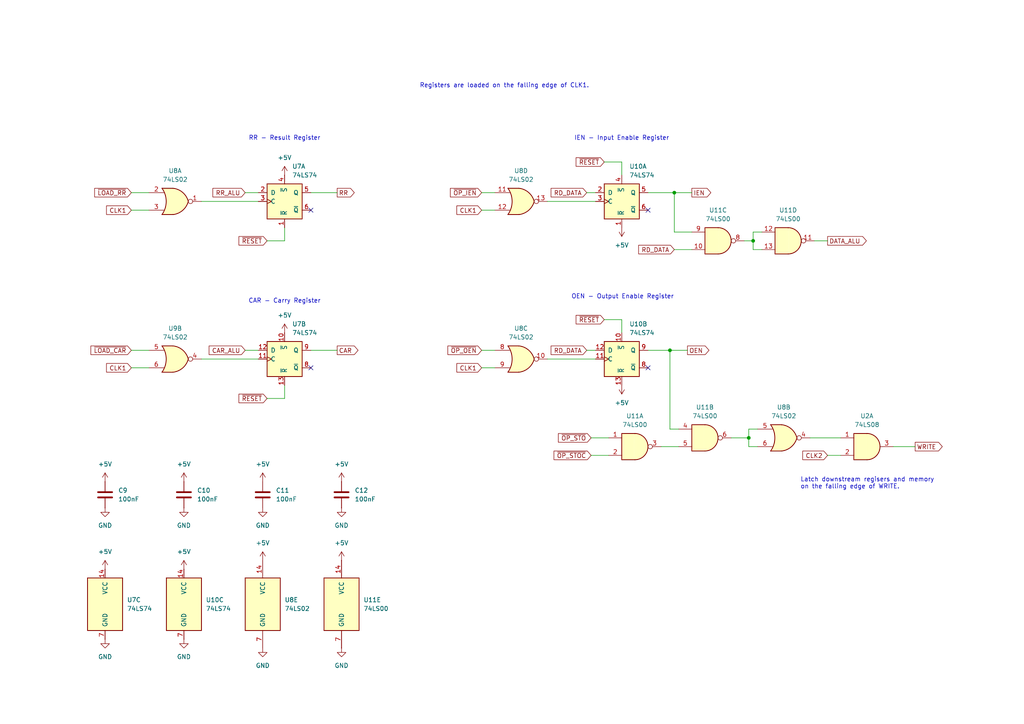
<source format=kicad_sch>
(kicad_sch (version 20231120) (generator "eeschema") (generator_version "8.0")
  (paper "A4")
  (title_block (title "UE14500 TTL 1-bit Microprocessor") (date "2025") (rev "2") (comment 1 "Copyright (c) 2025 Rhys Weatherley") (comment 3 "Registers"))
  (lib_symbols
    (symbol "74xx:74LS00" (pin_names (offset 1.016))
      (property "Reference" "U" (at 0 1.27 0))
      (property "Value" "74LS00" (at 0 -1.27 0))
      (symbol "74LS00_1_1"
        (arc (start 0 -3.81) (mid 3.7934 0) (end 0 3.81) (stroke (width 0.254)) (fill (type background)))
        (polyline (pts (xy 0 3.81) (xy -3.81 3.81) (xy -3.81 -3.81) (xy 0 -3.81)) (stroke (width 0.254)) (fill (type background)))
        (pin input line (at -7.62 2.54 0) (length 3.81) (name "~") (number "1"))
        (pin input line (at -7.62 -2.54 0) (length 3.81) (name "~") (number "2"))
        (pin output inverted (at 7.62 0 180) (length 3.81) (name "~") (number "3"))
      )
      (symbol "74LS00_1_2"
        (arc (start -3.81 -3.81) (mid -2.589 0) (end -3.81 3.81) (stroke (width 0.254)))
        (arc (start -0.6096 -3.81) (mid 2.1842 -2.5851) (end 3.81 0) (stroke (width 0.254)) (fill (type background)))
        (polyline (pts (xy -3.81 -3.81) (xy -0.635 -3.81)) (stroke (width 0.254)) (fill (type background)))
        (polyline (pts (xy -3.81 3.81) (xy -0.635 3.81)) (stroke (width 0.254)) (fill (type background)))
        (polyline (pts (xy -0.635 3.81) (xy -3.81 3.81) (xy -3.81 3.81) (xy -3.556 3.4036) (xy -3.0226 2.2606) (xy -2.6924 1.0414) (xy -2.6162 -0.254) (xy -2.7686 -1.4986) (xy -3.175 -2.7178) (xy -3.81 -3.81) (xy -3.81 -3.81) (xy -0.635 -3.81)) (stroke (width -25.4)) (fill (type background)))
        (arc (start 3.81 0) (mid 2.1915 2.5936) (end -0.6096 3.81) (stroke (width 0.254)) (fill (type background)))
        (pin input inverted (at -7.62 2.54 0) (length 4.318) (name "~") (number "1"))
        (pin input inverted (at -7.62 -2.54 0) (length 4.318) (name "~") (number "2"))
        (pin output line (at 7.62 0 180) (length 3.81) (name "~") (number "3"))
      )
      (symbol "74LS00_2_1"
        (arc (start 0 -3.81) (mid 3.7934 0) (end 0 3.81) (stroke (width 0.254)) (fill (type background)))
        (polyline (pts (xy 0 3.81) (xy -3.81 3.81) (xy -3.81 -3.81) (xy 0 -3.81)) (stroke (width 0.254)) (fill (type background)))
        (pin input line (at -7.62 2.54 0) (length 3.81) (name "~") (number "4"))
        (pin input line (at -7.62 -2.54 0) (length 3.81) (name "~") (number "5"))
        (pin output inverted (at 7.62 0 180) (length 3.81) (name "~") (number "6"))
      )
      (symbol "74LS00_2_2"
        (arc (start -3.81 -3.81) (mid -2.589 0) (end -3.81 3.81) (stroke (width 0.254)))
        (arc (start -0.6096 -3.81) (mid 2.1842 -2.5851) (end 3.81 0) (stroke (width 0.254)) (fill (type background)))
        (polyline (pts (xy -3.81 -3.81) (xy -0.635 -3.81)) (stroke (width 0.254)) (fill (type background)))
        (polyline (pts (xy -3.81 3.81) (xy -0.635 3.81)) (stroke (width 0.254)) (fill (type background)))
        (polyline (pts (xy -0.635 3.81) (xy -3.81 3.81) (xy -3.81 3.81) (xy -3.556 3.4036) (xy -3.0226 2.2606) (xy -2.6924 1.0414) (xy -2.6162 -0.254) (xy -2.7686 -1.4986) (xy -3.175 -2.7178) (xy -3.81 -3.81) (xy -3.81 -3.81) (xy -0.635 -3.81)) (stroke (width -25.4)) (fill (type background)))
        (arc (start 3.81 0) (mid 2.1915 2.5936) (end -0.6096 3.81) (stroke (width 0.254)) (fill (type background)))
        (pin input inverted (at -7.62 2.54 0) (length 4.318) (name "~") (number "4"))
        (pin input inverted (at -7.62 -2.54 0) (length 4.318) (name "~") (number "5"))
        (pin output line (at 7.62 0 180) (length 3.81) (name "~") (number "6"))
      )
      (symbol "74LS00_3_1"
        (arc (start 0 -3.81) (mid 3.7934 0) (end 0 3.81) (stroke (width 0.254)) (fill (type background)))
        (polyline (pts (xy 0 3.81) (xy -3.81 3.81) (xy -3.81 -3.81) (xy 0 -3.81)) (stroke (width 0.254)) (fill (type background)))
        (pin input line (at -7.62 -2.54 0) (length 3.81) (name "~") (number "10"))
        (pin output inverted (at 7.62 0 180) (length 3.81) (name "~") (number "8"))
        (pin input line (at -7.62 2.54 0) (length 3.81) (name "~") (number "9"))
      )
      (symbol "74LS00_3_2"
        (arc (start -3.81 -3.81) (mid -2.589 0) (end -3.81 3.81) (stroke (width 0.254)))
        (arc (start -0.6096 -3.81) (mid 2.1842 -2.5851) (end 3.81 0) (stroke (width 0.254)) (fill (type background)))
        (polyline (pts (xy -3.81 -3.81) (xy -0.635 -3.81)) (stroke (width 0.254)) (fill (type background)))
        (polyline (pts (xy -3.81 3.81) (xy -0.635 3.81)) (stroke (width 0.254)) (fill (type background)))
        (polyline (pts (xy -0.635 3.81) (xy -3.81 3.81) (xy -3.81 3.81) (xy -3.556 3.4036) (xy -3.0226 2.2606) (xy -2.6924 1.0414) (xy -2.6162 -0.254) (xy -2.7686 -1.4986) (xy -3.175 -2.7178) (xy -3.81 -3.81) (xy -3.81 -3.81) (xy -0.635 -3.81)) (stroke (width -25.4)) (fill (type background)))
        (arc (start 3.81 0) (mid 2.1915 2.5936) (end -0.6096 3.81) (stroke (width 0.254)) (fill (type background)))
        (pin input inverted (at -7.62 -2.54 0) (length 4.318) (name "~") (number "10"))
        (pin output line (at 7.62 0 180) (length 3.81) (name "~") (number "8"))
        (pin input inverted (at -7.62 2.54 0) (length 4.318) (name "~") (number "9"))
      )
      (symbol "74LS00_4_1"
        (arc (start 0 -3.81) (mid 3.7934 0) (end 0 3.81) (stroke (width 0.254)) (fill (type background)))
        (polyline (pts (xy 0 3.81) (xy -3.81 3.81) (xy -3.81 -3.81) (xy 0 -3.81)) (stroke (width 0.254)) (fill (type background)))
        (pin output inverted (at 7.62 0 180) (length 3.81) (name "~") (number "11"))
        (pin input line (at -7.62 2.54 0) (length 3.81) (name "~") (number "12"))
        (pin input line (at -7.62 -2.54 0) (length 3.81) (name "~") (number "13"))
      )
      (symbol "74LS00_4_2"
        (arc (start -3.81 -3.81) (mid -2.589 0) (end -3.81 3.81) (stroke (width 0.254)))
        (arc (start -0.6096 -3.81) (mid 2.1842 -2.5851) (end 3.81 0) (stroke (width 0.254)) (fill (type background)))
        (polyline (pts (xy -3.81 -3.81) (xy -0.635 -3.81)) (stroke (width 0.254)) (fill (type background)))
        (polyline (pts (xy -3.81 3.81) (xy -0.635 3.81)) (stroke (width 0.254)) (fill (type background)))
        (polyline (pts (xy -0.635 3.81) (xy -3.81 3.81) (xy -3.81 3.81) (xy -3.556 3.4036) (xy -3.0226 2.2606) (xy -2.6924 1.0414) (xy -2.6162 -0.254) (xy -2.7686 -1.4986) (xy -3.175 -2.7178) (xy -3.81 -3.81) (xy -3.81 -3.81) (xy -0.635 -3.81)) (stroke (width -25.4)) (fill (type background)))
        (arc (start 3.81 0) (mid 2.1915 2.5936) (end -0.6096 3.81) (stroke (width 0.254)) (fill (type background)))
        (pin output line (at 7.62 0 180) (length 3.81) (name "~") (number "11"))
        (pin input inverted (at -7.62 2.54 0) (length 4.318) (name "~") (number "12"))
        (pin input inverted (at -7.62 -2.54 0) (length 4.318) (name "~") (number "13"))
      )
      (symbol "74LS00_5_0"
        (pin power_in line (at 0 12.7 270) (length 5.08) (name "VCC") (number "14"))
        (pin power_in line (at 0 -12.7 90) (length 5.08) (name "GND") (number "7"))
      )
      (symbol "74LS00_5_1"
        (rectangle (start -5.08 7.62) (end 5.08 -7.62) (stroke (width 0.254)) (fill (type background)))
      )
    )
    (symbol "74xx:74LS02" (pin_names (offset 1.016))
      (property "Reference" "U" (at 0 1.27 0))
      (property "Value" "74LS02" (at 0 -1.27 0))
      (symbol "74LS02_1_1"
        (arc (start -3.81 -3.81) (mid -2.589 0) (end -3.81 3.81) (stroke (width 0.254)))
        (arc (start -0.6096 -3.81) (mid 2.1842 -2.5851) (end 3.81 0) (stroke (width 0.254)) (fill (type background)))
        (polyline (pts (xy -3.81 -3.81) (xy -0.635 -3.81)) (stroke (width 0.254)) (fill (type background)))
        (polyline (pts (xy -3.81 3.81) (xy -0.635 3.81)) (stroke (width 0.254)) (fill (type background)))
        (polyline (pts (xy -0.635 3.81) (xy -3.81 3.81) (xy -3.81 3.81) (xy -3.556 3.4036) (xy -3.0226 2.2606) (xy -2.6924 1.0414) (xy -2.6162 -0.254) (xy -2.7686 -1.4986) (xy -3.175 -2.7178) (xy -3.81 -3.81) (xy -3.81 -3.81) (xy -0.635 -3.81)) (stroke (width -25.4)) (fill (type background)))
        (arc (start 3.81 0) (mid 2.1915 2.5936) (end -0.6096 3.81) (stroke (width 0.254)) (fill (type background)))
        (pin output inverted (at 7.62 0 180) (length 3.81) (name "~") (number "1"))
        (pin input line (at -7.62 2.54 0) (length 4.318) (name "~") (number "2"))
        (pin input line (at -7.62 -2.54 0) (length 4.318) (name "~") (number "3"))
      )
      (symbol "74LS02_1_2"
        (arc (start 0 -3.81) (mid 3.7934 0) (end 0 3.81) (stroke (width 0.254)) (fill (type background)))
        (polyline (pts (xy 0 3.81) (xy -3.81 3.81) (xy -3.81 -3.81) (xy 0 -3.81)) (stroke (width 0.254)) (fill (type background)))
        (pin output line (at 7.62 0 180) (length 3.81) (name "~") (number "1"))
        (pin input inverted (at -7.62 2.54 0) (length 3.81) (name "~") (number "2"))
        (pin input inverted (at -7.62 -2.54 0) (length 3.81) (name "~") (number "3"))
      )
      (symbol "74LS02_2_1"
        (arc (start -3.81 -3.81) (mid -2.589 0) (end -3.81 3.81) (stroke (width 0.254)))
        (arc (start -0.6096 -3.81) (mid 2.1842 -2.5851) (end 3.81 0) (stroke (width 0.254)) (fill (type background)))
        (polyline (pts (xy -3.81 -3.81) (xy -0.635 -3.81)) (stroke (width 0.254)) (fill (type background)))
        (polyline (pts (xy -3.81 3.81) (xy -0.635 3.81)) (stroke (width 0.254)) (fill (type background)))
        (polyline (pts (xy -0.635 3.81) (xy -3.81 3.81) (xy -3.81 3.81) (xy -3.556 3.4036) (xy -3.0226 2.2606) (xy -2.6924 1.0414) (xy -2.6162 -0.254) (xy -2.7686 -1.4986) (xy -3.175 -2.7178) (xy -3.81 -3.81) (xy -3.81 -3.81) (xy -0.635 -3.81)) (stroke (width -25.4)) (fill (type background)))
        (arc (start 3.81 0) (mid 2.1915 2.5936) (end -0.6096 3.81) (stroke (width 0.254)) (fill (type background)))
        (pin output inverted (at 7.62 0 180) (length 3.81) (name "~") (number "4"))
        (pin input line (at -7.62 2.54 0) (length 4.318) (name "~") (number "5"))
        (pin input line (at -7.62 -2.54 0) (length 4.318) (name "~") (number "6"))
      )
      (symbol "74LS02_2_2"
        (arc (start 0 -3.81) (mid 3.7934 0) (end 0 3.81) (stroke (width 0.254)) (fill (type background)))
        (polyline (pts (xy 0 3.81) (xy -3.81 3.81) (xy -3.81 -3.81) (xy 0 -3.81)) (stroke (width 0.254)) (fill (type background)))
        (pin output line (at 7.62 0 180) (length 3.81) (name "~") (number "4"))
        (pin input inverted (at -7.62 2.54 0) (length 3.81) (name "~") (number "5"))
        (pin input inverted (at -7.62 -2.54 0) (length 3.81) (name "~") (number "6"))
      )
      (symbol "74LS02_3_1"
        (arc (start -3.81 -3.81) (mid -2.589 0) (end -3.81 3.81) (stroke (width 0.254)))
        (arc (start -0.6096 -3.81) (mid 2.1842 -2.5851) (end 3.81 0) (stroke (width 0.254)) (fill (type background)))
        (polyline (pts (xy -3.81 -3.81) (xy -0.635 -3.81)) (stroke (width 0.254)) (fill (type background)))
        (polyline (pts (xy -3.81 3.81) (xy -0.635 3.81)) (stroke (width 0.254)) (fill (type background)))
        (polyline (pts (xy -0.635 3.81) (xy -3.81 3.81) (xy -3.81 3.81) (xy -3.556 3.4036) (xy -3.0226 2.2606) (xy -2.6924 1.0414) (xy -2.6162 -0.254) (xy -2.7686 -1.4986) (xy -3.175 -2.7178) (xy -3.81 -3.81) (xy -3.81 -3.81) (xy -0.635 -3.81)) (stroke (width -25.4)) (fill (type background)))
        (arc (start 3.81 0) (mid 2.1915 2.5936) (end -0.6096 3.81) (stroke (width 0.254)) (fill (type background)))
        (pin output inverted (at 7.62 0 180) (length 3.81) (name "~") (number "10"))
        (pin input line (at -7.62 2.54 0) (length 4.318) (name "~") (number "8"))
        (pin input line (at -7.62 -2.54 0) (length 4.318) (name "~") (number "9"))
      )
      (symbol "74LS02_3_2"
        (arc (start 0 -3.81) (mid 3.7934 0) (end 0 3.81) (stroke (width 0.254)) (fill (type background)))
        (polyline (pts (xy 0 3.81) (xy -3.81 3.81) (xy -3.81 -3.81) (xy 0 -3.81)) (stroke (width 0.254)) (fill (type background)))
        (pin output line (at 7.62 0 180) (length 3.81) (name "~") (number "10"))
        (pin input inverted (at -7.62 2.54 0) (length 3.81) (name "~") (number "8"))
        (pin input inverted (at -7.62 -2.54 0) (length 3.81) (name "~") (number "9"))
      )
      (symbol "74LS02_4_1"
        (arc (start -3.81 -3.81) (mid -2.589 0) (end -3.81 3.81) (stroke (width 0.254)))
        (arc (start -0.6096 -3.81) (mid 2.1842 -2.5851) (end 3.81 0) (stroke (width 0.254)) (fill (type background)))
        (polyline (pts (xy -3.81 -3.81) (xy -0.635 -3.81)) (stroke (width 0.254)) (fill (type background)))
        (polyline (pts (xy -3.81 3.81) (xy -0.635 3.81)) (stroke (width 0.254)) (fill (type background)))
        (polyline (pts (xy -0.635 3.81) (xy -3.81 3.81) (xy -3.81 3.81) (xy -3.556 3.4036) (xy -3.0226 2.2606) (xy -2.6924 1.0414) (xy -2.6162 -0.254) (xy -2.7686 -1.4986) (xy -3.175 -2.7178) (xy -3.81 -3.81) (xy -3.81 -3.81) (xy -0.635 -3.81)) (stroke (width -25.4)) (fill (type background)))
        (arc (start 3.81 0) (mid 2.1915 2.5936) (end -0.6096 3.81) (stroke (width 0.254)) (fill (type background)))
        (pin input line (at -7.62 2.54 0) (length 4.318) (name "~") (number "11"))
        (pin input line (at -7.62 -2.54 0) (length 4.318) (name "~") (number "12"))
        (pin output inverted (at 7.62 0 180) (length 3.81) (name "~") (number "13"))
      )
      (symbol "74LS02_4_2"
        (arc (start 0 -3.81) (mid 3.7934 0) (end 0 3.81) (stroke (width 0.254)) (fill (type background)))
        (polyline (pts (xy 0 3.81) (xy -3.81 3.81) (xy -3.81 -3.81) (xy 0 -3.81)) (stroke (width 0.254)) (fill (type background)))
        (pin input inverted (at -7.62 2.54 0) (length 3.81) (name "~") (number "11"))
        (pin input inverted (at -7.62 -2.54 0) (length 3.81) (name "~") (number "12"))
        (pin output line (at 7.62 0 180) (length 3.81) (name "~") (number "13"))
      )
      (symbol "74LS02_5_0"
        (pin power_in line (at 0 12.7 270) (length 5.08) (name "VCC") (number "14"))
        (pin power_in line (at 0 -12.7 90) (length 5.08) (name "GND") (number "7"))
      )
      (symbol "74LS02_5_1"
        (rectangle (start -5.08 7.62) (end 5.08 -7.62) (stroke (width 0.254)) (fill (type background)))
      )
    )
    (symbol "74xx:74LS08" (pin_names (offset 1.016))
      (property "Reference" "U" (at 0 1.27 0))
      (property "Value" "74LS08" (at 0 -1.27 0))
      (symbol "74LS08_1_1"
        (arc (start 0 -3.81) (mid 3.7934 0) (end 0 3.81) (stroke (width 0.254)) (fill (type background)))
        (polyline (pts (xy 0 3.81) (xy -3.81 3.81) (xy -3.81 -3.81) (xy 0 -3.81)) (stroke (width 0.254)) (fill (type background)))
        (pin input line (at -7.62 2.54 0) (length 3.81) (name "~") (number "1"))
        (pin input line (at -7.62 -2.54 0) (length 3.81) (name "~") (number "2"))
        (pin output line (at 7.62 0 180) (length 3.81) (name "~") (number "3"))
      )
      (symbol "74LS08_1_2"
        (arc (start -3.81 -3.81) (mid -2.589 0) (end -3.81 3.81) (stroke (width 0.254)))
        (arc (start -0.6096 -3.81) (mid 2.1842 -2.5851) (end 3.81 0) (stroke (width 0.254)) (fill (type background)))
        (polyline (pts (xy -3.81 -3.81) (xy -0.635 -3.81)) (stroke (width 0.254)) (fill (type background)))
        (polyline (pts (xy -3.81 3.81) (xy -0.635 3.81)) (stroke (width 0.254)) (fill (type background)))
        (polyline (pts (xy -0.635 3.81) (xy -3.81 3.81) (xy -3.81 3.81) (xy -3.556 3.4036) (xy -3.0226 2.2606) (xy -2.6924 1.0414) (xy -2.6162 -0.254) (xy -2.7686 -1.4986) (xy -3.175 -2.7178) (xy -3.81 -3.81) (xy -3.81 -3.81) (xy -0.635 -3.81)) (stroke (width -25.4)) (fill (type background)))
        (arc (start 3.81 0) (mid 2.1915 2.5936) (end -0.6096 3.81) (stroke (width 0.254)) (fill (type background)))
        (pin input inverted (at -7.62 2.54 0) (length 4.318) (name "~") (number "1"))
        (pin input inverted (at -7.62 -2.54 0) (length 4.318) (name "~") (number "2"))
        (pin output inverted (at 7.62 0 180) (length 3.81) (name "~") (number "3"))
      )
      (symbol "74LS08_2_1"
        (arc (start 0 -3.81) (mid 3.7934 0) (end 0 3.81) (stroke (width 0.254)) (fill (type background)))
        (polyline (pts (xy 0 3.81) (xy -3.81 3.81) (xy -3.81 -3.81) (xy 0 -3.81)) (stroke (width 0.254)) (fill (type background)))
        (pin input line (at -7.62 2.54 0) (length 3.81) (name "~") (number "4"))
        (pin input line (at -7.62 -2.54 0) (length 3.81) (name "~") (number "5"))
        (pin output line (at 7.62 0 180) (length 3.81) (name "~") (number "6"))
      )
      (symbol "74LS08_2_2"
        (arc (start -3.81 -3.81) (mid -2.589 0) (end -3.81 3.81) (stroke (width 0.254)))
        (arc (start -0.6096 -3.81) (mid 2.1842 -2.5851) (end 3.81 0) (stroke (width 0.254)) (fill (type background)))
        (polyline (pts (xy -3.81 -3.81) (xy -0.635 -3.81)) (stroke (width 0.254)) (fill (type background)))
        (polyline (pts (xy -3.81 3.81) (xy -0.635 3.81)) (stroke (width 0.254)) (fill (type background)))
        (polyline (pts (xy -0.635 3.81) (xy -3.81 3.81) (xy -3.81 3.81) (xy -3.556 3.4036) (xy -3.0226 2.2606) (xy -2.6924 1.0414) (xy -2.6162 -0.254) (xy -2.7686 -1.4986) (xy -3.175 -2.7178) (xy -3.81 -3.81) (xy -3.81 -3.81) (xy -0.635 -3.81)) (stroke (width -25.4)) (fill (type background)))
        (arc (start 3.81 0) (mid 2.1915 2.5936) (end -0.6096 3.81) (stroke (width 0.254)) (fill (type background)))
        (pin input inverted (at -7.62 2.54 0) (length 4.318) (name "~") (number "4"))
        (pin input inverted (at -7.62 -2.54 0) (length 4.318) (name "~") (number "5"))
        (pin output inverted (at 7.62 0 180) (length 3.81) (name "~") (number "6"))
      )
      (symbol "74LS08_3_1"
        (arc (start 0 -3.81) (mid 3.7934 0) (end 0 3.81) (stroke (width 0.254)) (fill (type background)))
        (polyline (pts (xy 0 3.81) (xy -3.81 3.81) (xy -3.81 -3.81) (xy 0 -3.81)) (stroke (width 0.254)) (fill (type background)))
        (pin input line (at -7.62 -2.54 0) (length 3.81) (name "~") (number "10"))
        (pin output line (at 7.62 0 180) (length 3.81) (name "~") (number "8"))
        (pin input line (at -7.62 2.54 0) (length 3.81) (name "~") (number "9"))
      )
      (symbol "74LS08_3_2"
        (arc (start -3.81 -3.81) (mid -2.589 0) (end -3.81 3.81) (stroke (width 0.254)))
        (arc (start -0.6096 -3.81) (mid 2.1842 -2.5851) (end 3.81 0) (stroke (width 0.254)) (fill (type background)))
        (polyline (pts (xy -3.81 -3.81) (xy -0.635 -3.81)) (stroke (width 0.254)) (fill (type background)))
        (polyline (pts (xy -3.81 3.81) (xy -0.635 3.81)) (stroke (width 0.254)) (fill (type background)))
        (polyline (pts (xy -0.635 3.81) (xy -3.81 3.81) (xy -3.81 3.81) (xy -3.556 3.4036) (xy -3.0226 2.2606) (xy -2.6924 1.0414) (xy -2.6162 -0.254) (xy -2.7686 -1.4986) (xy -3.175 -2.7178) (xy -3.81 -3.81) (xy -3.81 -3.81) (xy -0.635 -3.81)) (stroke (width -25.4)) (fill (type background)))
        (arc (start 3.81 0) (mid 2.1915 2.5936) (end -0.6096 3.81) (stroke (width 0.254)) (fill (type background)))
        (pin input inverted (at -7.62 -2.54 0) (length 4.318) (name "~") (number "10"))
        (pin output inverted (at 7.62 0 180) (length 3.81) (name "~") (number "8"))
        (pin input inverted (at -7.62 2.54 0) (length 4.318) (name "~") (number "9"))
      )
      (symbol "74LS08_4_1"
        (arc (start 0 -3.81) (mid 3.7934 0) (end 0 3.81) (stroke (width 0.254)) (fill (type background)))
        (polyline (pts (xy 0 3.81) (xy -3.81 3.81) (xy -3.81 -3.81) (xy 0 -3.81)) (stroke (width 0.254)) (fill (type background)))
        (pin output line (at 7.62 0 180) (length 3.81) (name "~") (number "11"))
        (pin input line (at -7.62 2.54 0) (length 3.81) (name "~") (number "12"))
        (pin input line (at -7.62 -2.54 0) (length 3.81) (name "~") (number "13"))
      )
      (symbol "74LS08_4_2"
        (arc (start -3.81 -3.81) (mid -2.589 0) (end -3.81 3.81) (stroke (width 0.254)))
        (arc (start -0.6096 -3.81) (mid 2.1842 -2.5851) (end 3.81 0) (stroke (width 0.254)) (fill (type background)))
        (polyline (pts (xy -3.81 -3.81) (xy -0.635 -3.81)) (stroke (width 0.254)) (fill (type background)))
        (polyline (pts (xy -3.81 3.81) (xy -0.635 3.81)) (stroke (width 0.254)) (fill (type background)))
        (polyline (pts (xy -0.635 3.81) (xy -3.81 3.81) (xy -3.81 3.81) (xy -3.556 3.4036) (xy -3.0226 2.2606) (xy -2.6924 1.0414) (xy -2.6162 -0.254) (xy -2.7686 -1.4986) (xy -3.175 -2.7178) (xy -3.81 -3.81) (xy -3.81 -3.81) (xy -0.635 -3.81)) (stroke (width -25.4)) (fill (type background)))
        (arc (start 3.81 0) (mid 2.1915 2.5936) (end -0.6096 3.81) (stroke (width 0.254)) (fill (type background)))
        (pin output inverted (at 7.62 0 180) (length 3.81) (name "~") (number "11"))
        (pin input inverted (at -7.62 2.54 0) (length 4.318) (name "~") (number "12"))
        (pin input inverted (at -7.62 -2.54 0) (length 4.318) (name "~") (number "13"))
      )
      (symbol "74LS08_5_0"
        (pin power_in line (at 0 12.7 270) (length 5.08) (name "VCC") (number "14"))
        (pin power_in line (at 0 -12.7 90) (length 5.08) (name "GND") (number "7"))
      )
      (symbol "74LS08_5_1"
        (rectangle (start -5.08 7.62) (end 5.08 -7.62) (stroke (width 0.254)) (fill (type background)))
      )
    )
    (symbol "74xx:74LS74" (pin_names (offset 1.016))
      (property "Reference" "U" (at -7.62 8.89 0))
      (property "Value" "74LS74" (at -7.62 -8.89 0))
      (symbol "74LS74_1_0"
        (pin input line (at 0 -7.62 90) (length 2.54) (name "~{R}") (number "1"))
        (pin input line (at -7.62 2.54 0) (length 2.54) (name "D") (number "2"))
        (pin input clock (at -7.62 0 0) (length 2.54) (name "C") (number "3"))
        (pin input line (at 0 7.62 270) (length 2.54) (name "~{S}") (number "4"))
        (pin output line (at 7.62 2.54 180) (length 2.54) (name "Q") (number "5"))
        (pin output line (at 7.62 -2.54 180) (length 2.54) (name "~{Q}") (number "6"))
      )
      (symbol "74LS74_1_1"
        (rectangle (start -5.08 5.08) (end 5.08 -5.08) (stroke (width 0.254)) (fill (type background)))
      )
      (symbol "74LS74_2_0"
        (pin input line (at 0 7.62 270) (length 2.54) (name "~{S}") (number "10"))
        (pin input clock (at -7.62 0 0) (length 2.54) (name "C") (number "11"))
        (pin input line (at -7.62 2.54 0) (length 2.54) (name "D") (number "12"))
        (pin input line (at 0 -7.62 90) (length 2.54) (name "~{R}") (number "13"))
        (pin output line (at 7.62 -2.54 180) (length 2.54) (name "~{Q}") (number "8"))
        (pin output line (at 7.62 2.54 180) (length 2.54) (name "Q") (number "9"))
      )
      (symbol "74LS74_2_1"
        (rectangle (start -5.08 5.08) (end 5.08 -5.08) (stroke (width 0.254)) (fill (type background)))
      )
      (symbol "74LS74_3_0"
        (pin power_in line (at 0 10.16 270) (length 2.54) (name "VCC") (number "14"))
        (pin power_in line (at 0 -10.16 90) (length 2.54) (name "GND") (number "7"))
      )
      (symbol "74LS74_3_1"
        (rectangle (start -5.08 7.62) (end 5.08 -7.62) (stroke (width 0.254)) (fill (type background)))
      )
    )
    (symbol "Device:C" (pin_numbers hide) (pin_names (offset 0.254))
      (property "Reference" "C" (at 0.635 2.54 0))
      (property "Value" "C" (at 0.635 -2.54 0))
      (symbol "C_0_1"
        (polyline (pts (xy -2.032 -0.762) (xy 2.032 -0.762)) (stroke (width 0.508)))
        (polyline (pts (xy -2.032 0.762) (xy 2.032 0.762)) (stroke (width 0.508)))
      )
      (symbol "C_1_1"
        (pin passive line (at 0 3.81 270) (length 2.794) (name "~") (number "1"))
        (pin passive line (at 0 -3.81 90) (length 2.794) (name "~") (number "2"))
      )
    )
    (symbol "power:+5V" (power) (pin_numbers hide) (pin_names (offset 0) hide)
      (property "Value" "+5V" (at 0 3.556 0))
      (symbol "+5V_0_1"
        (polyline (pts (xy -0.762 1.27) (xy 0 2.54)))
        (polyline (pts (xy 0 0) (xy 0 2.54)))
        (polyline (pts (xy 0 2.54) (xy 0.762 1.27)))
      )
      (symbol "+5V_1_1"
        (pin power_in line (at 0 0 90) (length 0) (name "~") (number "1"))
      )
    )
    (symbol "power:GND" (power) (pin_numbers hide) (pin_names (offset 0) hide)
      (property "Value" "GND" (at 0 -3.81 0))
      (symbol "GND_0_1"
        (polyline (pts (xy 0 0) (xy 0 -1.27) (xy 1.27 -1.27) (xy 0 -2.54) (xy -1.27 -1.27) (xy 0 -1.27)))
      )
      (symbol "GND_1_1"
        (pin power_in line (at 0 0 270) (length 0) (name "~") (number "1"))
      )
    )
  )
  (junction (at 195.58 55.88))
  (junction (at 218.44 69.85))
  (junction (at 194.31 101.6))
  (junction (at 217.17 127))
  (no_connect (at 187.96 60.96))
  (no_connect (at 90.17 60.96))
  (no_connect (at 187.96 106.68))
  (no_connect (at 90.17 106.68))
  (wire (pts (xy 220.98 67.31) (xy 218.44 67.31)))
  (wire (pts (xy 212.09 127) (xy 217.17 127)))
  (wire (pts (xy 200.66 67.31) (xy 195.58 67.31)))
  (wire (pts (xy 219.71 124.46) (xy 217.17 124.46)))
  (wire (pts (xy 90.17 55.88) (xy 97.79 55.88)))
  (wire (pts (xy 139.7 106.68) (xy 143.51 106.68)))
  (wire (pts (xy 215.9 69.85) (xy 218.44 69.85)))
  (wire (pts (xy 38.1 101.6) (xy 43.18 101.6)))
  (wire (pts (xy 158.75 104.14) (xy 172.72 104.14)))
  (wire (pts (xy 180.34 92.71) (xy 180.34 96.52)))
  (wire (pts (xy 77.47 115.57) (xy 82.55 115.57)))
  (wire (pts (xy 217.17 124.46) (xy 217.17 127)))
  (wire (pts (xy 195.58 72.39) (xy 200.66 72.39)))
  (wire (pts (xy 259.08 129.54) (xy 265.43 129.54)))
  (wire (pts (xy 171.45 127) (xy 176.53 127)))
  (wire (pts (xy 180.34 46.99) (xy 180.34 50.8)))
  (wire (pts (xy 158.75 58.42) (xy 172.72 58.42)))
  (wire (pts (xy 195.58 55.88) (xy 200.66 55.88)))
  (wire (pts (xy 218.44 69.85) (xy 218.44 72.39)))
  (wire (pts (xy 236.22 69.85) (xy 240.03 69.85)))
  (wire (pts (xy 217.17 129.54) (xy 219.71 129.54)))
  (wire (pts (xy 218.44 72.39) (xy 220.98 72.39)))
  (wire (pts (xy 175.26 92.71) (xy 180.34 92.71)))
  (wire (pts (xy 38.1 55.88) (xy 43.18 55.88)))
  (wire (pts (xy 171.45 132.08) (xy 176.53 132.08)))
  (wire (pts (xy 77.47 69.85) (xy 82.55 69.85)))
  (wire (pts (xy 187.96 55.88) (xy 195.58 55.88)))
  (wire (pts (xy 71.12 101.6) (xy 74.93 101.6)))
  (wire (pts (xy 170.18 55.88) (xy 172.72 55.88)))
  (wire (pts (xy 38.1 60.96) (xy 43.18 60.96)))
  (wire (pts (xy 217.17 127) (xy 217.17 129.54)))
  (wire (pts (xy 139.7 101.6) (xy 143.51 101.6)))
  (wire (pts (xy 191.77 129.54) (xy 196.85 129.54)))
  (wire (pts (xy 195.58 67.31) (xy 195.58 55.88)))
  (wire (pts (xy 90.17 101.6) (xy 97.79 101.6)))
  (wire (pts (xy 194.31 101.6) (xy 194.31 124.46)))
  (wire (pts (xy 139.7 55.88) (xy 143.51 55.88)))
  (wire (pts (xy 234.95 127) (xy 243.84 127)))
  (wire (pts (xy 82.55 69.85) (xy 82.55 66.04)))
  (wire (pts (xy 218.44 67.31) (xy 218.44 69.85)))
  (wire (pts (xy 175.26 46.99) (xy 180.34 46.99)))
  (wire (pts (xy 170.18 101.6) (xy 172.72 101.6)))
  (wire (pts (xy 187.96 101.6) (xy 194.31 101.6)))
  (wire (pts (xy 240.03 132.08) (xy 243.84 132.08)))
  (wire (pts (xy 139.7 60.96) (xy 143.51 60.96)))
  (wire (pts (xy 194.31 101.6) (xy 199.39 101.6)))
  (wire (pts (xy 58.42 58.42) (xy 74.93 58.42)))
  (wire (pts (xy 71.12 55.88) (xy 74.93 55.88)))
  (wire (pts (xy 58.42 104.14) (xy 74.93 104.14)))
  (wire (pts (xy 82.55 115.57) (xy 82.55 111.76)))
  (wire (pts (xy 194.31 124.46) (xy 196.85 124.46)))
  (wire (pts (xy 38.1 106.68) (xy 43.18 106.68)))
  (text "Registers are loaded on the falling edge of CLK1." (at 146.304 24.892 0) (effects (font (size 1.27 1.27))))
  (text "RR - Result Register" (at 82.55 40.132 0) (effects (font (size 1.27 1.27))))
  (text "Latch downstream regisers and memory\non the falling edge of WRITE." (at 232.156 140.208 0) (effects (font (size 1.27 1.27)) (justify left)))
  (text "IEN - Input Enable Register" (at 180.34 40.132 0) (effects (font (size 1.27 1.27))))
  (text "OEN - Output Enable Register" (at 180.594 86.106 0) (effects (font (size 1.27 1.27))))
  (text "CAR - Carry Register" (at 82.55 87.376 0) (effects (font (size 1.27 1.27))))
  (global_label "CLK2" (shape input) (at 240.03 132.08 180) (property "Intersheetrefs" "${INTERSHEET_REFS}" (effects (hide yes))))
  (global_label "DATA_ALU" (shape output) (at 240.03 69.85 0) (property "Intersheetrefs" "${INTERSHEET_REFS}" (effects (hide yes))))
  (global_label "~{RESET}" (shape input) (at 77.47 69.85 180) (property "Intersheetrefs" "${INTERSHEET_REFS}" (effects (hide yes))))
  (global_label "RR_ALU" (shape input) (at 71.12 55.88 180) (property "Intersheetrefs" "${INTERSHEET_REFS}" (effects (hide yes))))
  (global_label "~{LOAD_CAR}" (shape input) (at 38.1 101.6 180) (property "Intersheetrefs" "${INTERSHEET_REFS}" (effects (hide yes))))
  (global_label "~{RESET}" (shape input) (at 175.26 46.99 180) (property "Intersheetrefs" "${INTERSHEET_REFS}" (effects (hide yes))))
  (global_label "CLK1" (shape input) (at 38.1 60.96 180) (property "Intersheetrefs" "${INTERSHEET_REFS}" (effects (hide yes))))
  (global_label "~{RESET}" (shape input) (at 77.47 115.57 180) (property "Intersheetrefs" "${INTERSHEET_REFS}" (effects (hide yes))))
  (global_label "RD_DATA" (shape input) (at 170.18 101.6 180) (property "Intersheetrefs" "${INTERSHEET_REFS}" (effects (hide yes))))
  (global_label "~{OP_STO}" (shape input) (at 171.45 127 180) (property "Intersheetrefs" "${INTERSHEET_REFS}" (effects (hide yes))))
  (global_label "~{OP_IEN}" (shape input) (at 139.7 55.88 180) (property "Intersheetrefs" "${INTERSHEET_REFS}" (effects (hide yes))))
  (global_label "RD_DATA" (shape input) (at 170.18 55.88 180) (property "Intersheetrefs" "${INTERSHEET_REFS}" (effects (hide yes))))
  (global_label "WRITE" (shape output) (at 265.43 129.54 0) (property "Intersheetrefs" "${INTERSHEET_REFS}" (effects (hide yes))))
  (global_label "CLK1" (shape input) (at 139.7 106.68 180) (property "Intersheetrefs" "${INTERSHEET_REFS}" (effects (hide yes))))
  (global_label "~{RESET}" (shape input) (at 175.26 92.71 180) (property "Intersheetrefs" "${INTERSHEET_REFS}" (effects (hide yes))))
  (global_label "CLK1" (shape input) (at 38.1 106.68 180) (property "Intersheetrefs" "${INTERSHEET_REFS}" (effects (hide yes))))
  (global_label "CLK1" (shape input) (at 139.7 60.96 180) (property "Intersheetrefs" "${INTERSHEET_REFS}" (effects (hide yes))))
  (global_label "CAR" (shape output) (at 97.79 101.6 0) (property "Intersheetrefs" "${INTERSHEET_REFS}" (effects (hide yes))))
  (global_label "IEN" (shape output) (at 200.66 55.88 0) (property "Intersheetrefs" "${INTERSHEET_REFS}" (effects (hide yes))))
  (global_label "~{OP_STOC}" (shape input) (at 171.45 132.08 180) (property "Intersheetrefs" "${INTERSHEET_REFS}" (effects (hide yes))))
  (global_label "RD_DATA" (shape input) (at 195.58 72.39 180) (property "Intersheetrefs" "${INTERSHEET_REFS}" (effects (hide yes))))
  (global_label "~{LOAD_RR}" (shape input) (at 38.1 55.88 180) (property "Intersheetrefs" "${INTERSHEET_REFS}" (effects (hide yes))))
  (global_label "CAR_ALU" (shape input) (at 71.12 101.6 180) (property "Intersheetrefs" "${INTERSHEET_REFS}" (effects (hide yes))))
  (global_label "~{OP_OEN}" (shape input) (at 139.7 101.6 180) (property "Intersheetrefs" "${INTERSHEET_REFS}" (effects (hide yes))))
  (global_label "OEN" (shape output) (at 199.39 101.6 0) (property "Intersheetrefs" "${INTERSHEET_REFS}" (effects (hide yes))))
  (global_label "RR" (shape output) (at 97.79 55.88 0) (property "Intersheetrefs" "${INTERSHEET_REFS}" (effects (hide yes))))
  (symbol (lib_id "power:GND") (at 76.2 187.96 0) (unit 1)
    (property "Reference" "#PWR53" (effects (hide yes)))
    (property "Value" "GND" (at 76.2 193.04 0))
    (property "Description" "Power symbol creates a global label with name \"GND\" , ground" (effects (hide yes)))
  )
  (symbol (lib_id "74xx:74LS00") (at 99.06 175.26 0) (unit 5)
    (property "Reference" "U11" (at 105.41 173.9899 0) (effects (justify left)))
    (property "Value" "74LS00" (at 105.41 176.5299 0) (effects (justify left)))
    (property "Footprint" "Package_DIP:DIP-14_W7.62mm" (effects (hide yes)))
    (property "Datasheet" "http://www.ti.com/lit/gpn/sn74ls00" (effects (hide yes)))
    (property "Description" "quad 2-input NAND gate" (effects (hide yes)))
  )
  (symbol (lib_id "power:GND") (at 99.06 187.96 0) (unit 1)
    (property "Reference" "#PWR59" (effects (hide yes)))
    (property "Value" "GND" (at 99.06 193.04 0))
    (property "Description" "Power symbol creates a global label with name \"GND\" , ground" (effects (hide yes)))
  )
  (symbol (lib_id "74xx:74LS08") (at 251.46 129.54 0) (unit 1)
    (property "Reference" "U2" (at 251.4517 120.65 0))
    (property "Value" "74LS08" (at 251.4517 123.19 0))
    (property "Footprint" "Package_DIP:DIP-14_W7.62mm" (effects (hide yes)))
    (property "Datasheet" "http://www.ti.com/lit/gpn/sn74LS08" (effects (hide yes)))
    (property "Description" "Quad And2" (effects (hide yes)))
  )
  (symbol (lib_id "74xx:74LS02") (at 151.13 58.42 0) (unit 4)
    (property "Reference" "U8" (at 151.13 49.53 0))
    (property "Value" "74LS02" (at 151.13 52.07 0))
    (property "Footprint" "Package_DIP:DIP-14_W7.62mm" (effects (hide yes)))
    (property "Datasheet" "http://www.ti.com/lit/gpn/sn74ls02" (effects (hide yes)))
    (property "Description" "quad 2-input NOR gate" (effects (hide yes)))
  )
  (symbol (lib_id "power:GND") (at 76.2 147.32 0) (unit 1)
    (property "Reference" "#PWR51" (effects (hide yes)))
    (property "Value" "GND" (at 76.2 152.4 0))
    (property "Description" "Power symbol creates a global label with name \"GND\" , ground" (effects (hide yes)))
  )
  (symbol (lib_id "74xx:74LS00") (at 208.28 69.85 0) (unit 3)
    (property "Reference" "U11" (at 208.2717 60.96 0))
    (property "Value" "74LS00" (at 208.2717 63.5 0))
    (property "Footprint" "Package_DIP:DIP-14_W7.62mm" (effects (hide yes)))
    (property "Datasheet" "http://www.ti.com/lit/gpn/sn74ls00" (effects (hide yes)))
    (property "Description" "quad 2-input NAND gate" (effects (hide yes)))
  )
  (symbol (lib_id "power:+5V") (at 53.34 139.7 0) (unit 1)
    (property "Reference" "#PWR46" (effects (hide yes)))
    (property "Value" "+5V" (at 53.34 134.62 0))
    (property "Description" "Power symbol creates a global label with name \"+5V\"" (effects (hide yes)))
  )
  (symbol (lib_id "power:+5V") (at 180.34 111.76 180) (unit 1)
    (property "Reference" "#PWR61" (effects (hide yes)))
    (property "Value" "+5V" (at 180.34 116.84 0))
    (property "Description" "Power symbol creates a global label with name \"+5V\"" (effects (hide yes)))
  )
  (symbol (lib_id "power:+5V") (at 99.06 139.7 0) (unit 1)
    (property "Reference" "#PWR56" (effects (hide yes)))
    (property "Value" "+5V" (at 99.06 134.62 0))
    (property "Description" "Power symbol creates a global label with name \"+5V\"" (effects (hide yes)))
  )
  (symbol (lib_id "power:+5V") (at 53.34 165.1 0) (unit 1)
    (property "Reference" "#PWR48" (effects (hide yes)))
    (property "Value" "+5V" (at 53.34 160.02 0))
    (property "Description" "Power symbol creates a global label with name \"+5V\"" (effects (hide yes)))
  )
  (symbol (lib_id "74xx:74LS74") (at 53.34 175.26 0) (unit 3)
    (property "Reference" "U10" (at 59.69 173.9899 0) (effects (justify left)))
    (property "Value" "74LS74" (at 59.69 176.5299 0) (effects (justify left)))
    (property "Footprint" "Package_DIP:DIP-14_W7.62mm" (effects (hide yes)))
    (property "Datasheet" "74xx/74hc_hct74.pdf" (effects (hide yes)))
    (property "Description" "Dual D Flip-flop, Set & Reset" (effects (hide yes)))
  )
  (symbol (lib_id "power:+5V") (at 76.2 139.7 0) (unit 1)
    (property "Reference" "#PWR50" (effects (hide yes)))
    (property "Value" "+5V" (at 76.2 134.62 0))
    (property "Description" "Power symbol creates a global label with name \"+5V\"" (effects (hide yes)))
  )
  (symbol (lib_id "74xx:74LS00") (at 184.15 129.54 0) (unit 1)
    (property "Reference" "U11" (at 184.1417 120.65 0))
    (property "Value" "74LS00" (at 184.1417 123.19 0))
    (property "Footprint" "Package_DIP:DIP-14_W7.62mm" (effects (hide yes)))
    (property "Datasheet" "http://www.ti.com/lit/gpn/sn74ls00" (effects (hide yes)))
    (property "Description" "quad 2-input NAND gate" (effects (hide yes)))
  )
  (symbol (lib_id "power:+5V") (at 99.06 162.56 0) (unit 1)
    (property "Reference" "#PWR58" (effects (hide yes)))
    (property "Value" "+5V" (at 99.06 157.48 0))
    (property "Description" "Power symbol creates a global label with name \"+5V\"" (effects (hide yes)))
  )
  (symbol (lib_id "74xx:74LS74") (at 180.34 58.42 0) (unit 1)
    (property "Reference" "U10" (at 182.5341 48.26 0) (effects (justify left)))
    (property "Value" "74LS74" (at 182.5341 50.8 0) (effects (justify left)))
    (property "Footprint" "Package_DIP:DIP-14_W7.62mm" (effects (hide yes)))
    (property "Datasheet" "74xx/74hc_hct74.pdf" (effects (hide yes)))
    (property "Description" "Dual D Flip-flop, Set & Reset" (effects (hide yes)))
  )
  (symbol (lib_id "74xx:74LS02") (at 50.8 58.42 0) (unit 1)
    (property "Reference" "U8" (at 50.8 49.53 0))
    (property "Value" "74LS02" (at 50.8 52.07 0))
    (property "Footprint" "Package_DIP:DIP-14_W7.62mm" (effects (hide yes)))
    (property "Datasheet" "http://www.ti.com/lit/gpn/sn74ls02" (effects (hide yes)))
    (property "Description" "quad 2-input NOR gate" (effects (hide yes)))
  )
  (symbol (lib_id "power:GND") (at 30.48 147.32 0) (unit 1)
    (property "Reference" "#PWR43" (effects (hide yes)))
    (property "Value" "GND" (at 30.48 152.4 0))
    (property "Description" "Power symbol creates a global label with name \"GND\" , ground" (effects (hide yes)))
  )
  (symbol (lib_id "Device:C") (at 30.48 143.51 0) (unit 1)
    (property "Reference" "C9" (at 34.29 142.2399 0) (effects (justify left)))
    (property "Value" "100nF" (at 34.29 144.7799 0) (effects (justify left)))
    (property "Footprint" "Capacitor_THT:C_Disc_D5.0mm_W2.5mm_P5.00mm" (effects (hide yes)))
    (property "Description" "Unpolarized capacitor" (effects (hide yes)))
  )
  (symbol (lib_id "74xx:74LS74") (at 30.48 175.26 0) (unit 3)
    (property "Reference" "U7" (at 36.83 173.9899 0) (effects (justify left)))
    (property "Value" "74LS74" (at 36.83 176.5299 0) (effects (justify left)))
    (property "Footprint" "Package_DIP:DIP-14_W7.62mm" (effects (hide yes)))
    (property "Datasheet" "74xx/74hc_hct74.pdf" (effects (hide yes)))
    (property "Description" "Dual D Flip-flop, Set & Reset" (effects (hide yes)))
  )
  (symbol (lib_id "74xx:74LS02") (at 151.13 104.14 0) (unit 3)
    (property "Reference" "U8" (at 151.13 95.25 0))
    (property "Value" "74LS02" (at 151.13 97.79 0))
    (property "Footprint" "Package_DIP:DIP-14_W7.62mm" (effects (hide yes)))
    (property "Datasheet" "http://www.ti.com/lit/gpn/sn74ls02" (effects (hide yes)))
    (property "Description" "quad 2-input NOR gate" (effects (hide yes)))
  )
  (symbol (lib_id "74xx:74LS74") (at 180.34 104.14 0) (unit 2)
    (property "Reference" "U10" (at 182.5341 93.98 0) (effects (justify left)))
    (property "Value" "74LS74" (at 182.5341 96.52 0) (effects (justify left)))
    (property "Footprint" "Package_DIP:DIP-14_W7.62mm" (effects (hide yes)))
    (property "Datasheet" "74xx/74hc_hct74.pdf" (effects (hide yes)))
    (property "Description" "Dual D Flip-flop, Set & Reset" (effects (hide yes)))
  )
  (symbol (lib_id "74xx:74LS02") (at 76.2 175.26 0) (unit 5)
    (property "Reference" "U8" (at 82.55 173.9899 0) (effects (justify left)))
    (property "Value" "74LS02" (at 82.55 176.5299 0) (effects (justify left)))
    (property "Footprint" "Package_DIP:DIP-14_W7.62mm" (effects (hide yes)))
    (property "Datasheet" "http://www.ti.com/lit/gpn/sn74ls02" (effects (hide yes)))
    (property "Description" "quad 2-input NOR gate" (effects (hide yes)))
  )
  (symbol (lib_id "74xx:74LS02") (at 227.33 127 0) (unit 2)
    (property "Reference" "U8" (at 227.33 118.11 0))
    (property "Value" "74LS02" (at 227.33 120.65 0))
    (property "Footprint" "Package_DIP:DIP-14_W7.62mm" (effects (hide yes)))
    (property "Datasheet" "http://www.ti.com/lit/gpn/sn74ls02" (effects (hide yes)))
    (property "Description" "quad 2-input NOR gate" (effects (hide yes)))
  )
  (symbol (lib_id "Device:C") (at 53.34 143.51 0) (unit 1)
    (property "Reference" "C10" (at 57.15 142.2399 0) (effects (justify left)))
    (property "Value" "100nF" (at 57.15 144.7799 0) (effects (justify left)))
    (property "Footprint" "Capacitor_THT:C_Disc_D5.0mm_W2.5mm_P5.00mm" (effects (hide yes)))
    (property "Description" "Unpolarized capacitor" (effects (hide yes)))
  )
  (symbol (lib_id "74xx:74LS74") (at 82.55 58.42 0) (unit 1)
    (property "Reference" "U7" (at 84.7441 48.26 0) (effects (justify left)))
    (property "Value" "74LS74" (at 84.7441 50.8 0) (effects (justify left)))
    (property "Footprint" "Package_DIP:DIP-14_W7.62mm" (effects (hide yes)))
    (property "Datasheet" "74xx/74hc_hct74.pdf" (effects (hide yes)))
    (property "Description" "Dual D Flip-flop, Set & Reset" (effects (hide yes)))
  )
  (symbol (lib_id "Device:C") (at 99.06 143.51 0) (unit 1)
    (property "Reference" "C12" (at 102.87 142.2399 0) (effects (justify left)))
    (property "Value" "100nF" (at 102.87 144.7799 0) (effects (justify left)))
    (property "Footprint" "Capacitor_THT:C_Disc_D5.0mm_W2.5mm_P5.00mm" (effects (hide yes)))
    (property "Description" "Unpolarized capacitor" (effects (hide yes)))
  )
  (symbol (lib_id "74xx:74LS74") (at 82.55 104.14 0) (unit 2)
    (property "Reference" "U7" (at 84.7441 93.98 0) (effects (justify left)))
    (property "Value" "74LS74" (at 84.7441 96.52 0) (effects (justify left)))
    (property "Footprint" "Package_DIP:DIP-14_W7.62mm" (effects (hide yes)))
    (property "Datasheet" "74xx/74hc_hct74.pdf" (effects (hide yes)))
    (property "Description" "Dual D Flip-flop, Set & Reset" (effects (hide yes)))
  )
  (symbol (lib_id "power:+5V") (at 30.48 139.7 0) (unit 1)
    (property "Reference" "#PWR42" (effects (hide yes)))
    (property "Value" "+5V" (at 30.48 134.62 0))
    (property "Description" "Power symbol creates a global label with name \"+5V\"" (effects (hide yes)))
  )
  (symbol (lib_id "power:GND") (at 53.34 185.42 0) (unit 1)
    (property "Reference" "#PWR49" (effects (hide yes)))
    (property "Value" "GND" (at 53.34 190.5 0))
    (property "Description" "Power symbol creates a global label with name \"GND\" , ground" (effects (hide yes)))
  )
  (symbol (lib_id "74xx:74LS00") (at 204.47 127 0) (unit 2)
    (property "Reference" "U11" (at 204.4617 118.11 0))
    (property "Value" "74LS00" (at 204.4617 120.65 0))
    (property "Footprint" "Package_DIP:DIP-14_W7.62mm" (effects (hide yes)))
    (property "Datasheet" "http://www.ti.com/lit/gpn/sn74ls00" (effects (hide yes)))
    (property "Description" "quad 2-input NAND gate" (effects (hide yes)))
  )
  (symbol (lib_id "power:GND") (at 30.48 185.42 0) (unit 1)
    (property "Reference" "#PWR45" (effects (hide yes)))
    (property "Value" "GND" (at 30.48 190.5 0))
    (property "Description" "Power symbol creates a global label with name \"GND\" , ground" (effects (hide yes)))
  )
  (symbol (lib_id "74xx:74LS02") (at 50.8 104.14 0) (unit 2)
    (property "Reference" "U9" (at 50.8 95.25 0))
    (property "Value" "74LS02" (at 50.8 97.79 0))
    (property "Footprint" "Package_DIP:DIP-14_W7.62mm" (effects (hide yes)))
    (property "Datasheet" "http://www.ti.com/lit/gpn/sn74ls02" (effects (hide yes)))
    (property "Description" "quad 2-input NOR gate" (effects (hide yes)))
  )
  (symbol (lib_id "power:+5V") (at 30.48 165.1 0) (unit 1)
    (property "Reference" "#PWR44" (effects (hide yes)))
    (property "Value" "+5V" (at 30.48 160.02 0))
    (property "Description" "Power symbol creates a global label with name \"+5V\"" (effects (hide yes)))
  )
  (symbol (lib_id "power:GND") (at 53.34 147.32 0) (unit 1)
    (property "Reference" "#PWR47" (effects (hide yes)))
    (property "Value" "GND" (at 53.34 152.4 0))
    (property "Description" "Power symbol creates a global label with name \"GND\" , ground" (effects (hide yes)))
  )
  (symbol (lib_id "Device:C") (at 76.2 143.51 0) (unit 1)
    (property "Reference" "C11" (at 80.01 142.2399 0) (effects (justify left)))
    (property "Value" "100nF" (at 80.01 144.7799 0) (effects (justify left)))
    (property "Footprint" "Capacitor_THT:C_Disc_D5.0mm_W2.5mm_P5.00mm" (effects (hide yes)))
    (property "Description" "Unpolarized capacitor" (effects (hide yes)))
  )
  (symbol (lib_id "power:+5V") (at 82.55 96.52 0) (unit 1)
    (property "Reference" "#PWR55" (effects (hide yes)))
    (property "Value" "+5V" (at 82.55 91.44 0))
    (property "Description" "Power symbol creates a global label with name \"+5V\"" (effects (hide yes)))
  )
  (symbol (lib_id "power:GND") (at 99.06 147.32 0) (unit 1)
    (property "Reference" "#PWR57" (effects (hide yes)))
    (property "Value" "GND" (at 99.06 152.4 0))
    (property "Description" "Power symbol creates a global label with name \"GND\" , ground" (effects (hide yes)))
  )
  (symbol (lib_id "power:+5V") (at 82.55 50.8 0) (unit 1)
    (property "Reference" "#PWR54" (effects (hide yes)))
    (property "Value" "+5V" (at 82.55 45.72 0))
    (property "Description" "Power symbol creates a global label with name \"+5V\"" (effects (hide yes)))
  )
  (symbol (lib_id "power:+5V") (at 180.34 66.04 180) (unit 1)
    (property "Reference" "#PWR60" (effects (hide yes)))
    (property "Value" "+5V" (at 180.34 71.12 0))
    (property "Description" "Power symbol creates a global label with name \"+5V\"" (effects (hide yes)))
  )
  (symbol (lib_id "74xx:74LS00") (at 228.6 69.85 0) (unit 4)
    (property "Reference" "U11" (at 228.5917 60.96 0))
    (property "Value" "74LS00" (at 228.5917 63.5 0))
    (property "Footprint" "Package_DIP:DIP-14_W7.62mm" (effects (hide yes)))
    (property "Datasheet" "http://www.ti.com/lit/gpn/sn74ls00" (effects (hide yes)))
    (property "Description" "quad 2-input NAND gate" (effects (hide yes)))
  )
  (symbol (lib_id "power:+5V") (at 76.2 162.56 0) (unit 1)
    (property "Reference" "#PWR52" (effects (hide yes)))
    (property "Value" "+5V" (at 76.2 157.48 0))
    (property "Description" "Power symbol creates a global label with name \"+5V\"" (effects (hide yes)))
  )
)
</source>
